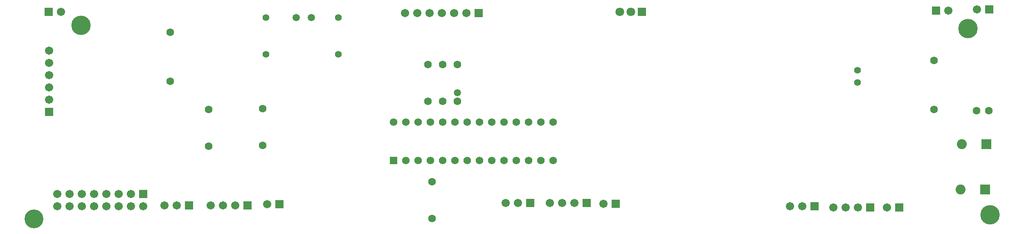
<source format=gts>
G04*
G04 #@! TF.GenerationSoftware,Altium Limited,Altium Designer,21.6.4 (81)*
G04*
G04 Layer_Color=8388736*
%FSLAX25Y25*%
%MOIN*%
G70*
G04*
G04 #@! TF.SameCoordinates,8913C7E9-C03F-4568-99A4-2E0721410B73*
G04*
G04*
G04 #@! TF.FilePolarity,Negative*
G04*
G01*
G75*
%ADD18C,0.05524*%
%ADD19R,0.07099X0.07099*%
%ADD20C,0.07099*%
%ADD21C,0.06300*%
%ADD22R,0.06706X0.06706*%
%ADD23C,0.06706*%
%ADD24C,0.06147*%
%ADD25R,0.06147X0.06147*%
%ADD26C,0.15800*%
%ADD27C,0.15367*%
%ADD28C,0.06312*%
%ADD29R,0.08083X0.08083*%
%ADD30C,0.08083*%
%ADD31R,0.06706X0.06706*%
%ADD32C,0.05918*%
%ADD33C,0.05800*%
D18*
X680000Y120500D02*
D03*
Y130500D02*
D03*
X257000Y173500D02*
D03*
Y143500D02*
D03*
X198000Y173500D02*
D03*
Y143500D02*
D03*
D19*
X504476Y178000D02*
D03*
D20*
X495500D02*
D03*
X486524D02*
D03*
D21*
X777000Y97500D02*
D03*
X787000D02*
D03*
D22*
X714000Y18500D02*
D03*
X483000Y21500D02*
D03*
X209000Y21000D02*
D03*
X182997Y20000D02*
D03*
X645000Y19500D02*
D03*
X413500Y22000D02*
D03*
X135500Y20000D02*
D03*
X459500Y22000D02*
D03*
X787500Y180000D02*
D03*
X21000Y178000D02*
D03*
X98000Y29500D02*
D03*
X690500Y18500D02*
D03*
X744000Y179000D02*
D03*
X371500Y177000D02*
D03*
D23*
X704000Y18500D02*
D03*
X473000Y21500D02*
D03*
X199000Y21000D02*
D03*
X172997Y20000D02*
D03*
X162997D02*
D03*
X152997D02*
D03*
X635000Y19500D02*
D03*
X625000D02*
D03*
X403500Y22000D02*
D03*
X393500D02*
D03*
X125500Y20000D02*
D03*
X115500D02*
D03*
X429500Y22000D02*
D03*
X439500D02*
D03*
X449500D02*
D03*
X777500Y180000D02*
D03*
X31000Y178000D02*
D03*
X28000Y19500D02*
D03*
X38000D02*
D03*
X48000D02*
D03*
X58000D02*
D03*
X68000D02*
D03*
X78000D02*
D03*
X88000D02*
D03*
X98000D02*
D03*
X28000Y29500D02*
D03*
X38000D02*
D03*
X48000D02*
D03*
X58000D02*
D03*
X68000D02*
D03*
X78000D02*
D03*
X88000D02*
D03*
X660500Y18500D02*
D03*
X670500D02*
D03*
X680500D02*
D03*
X754000Y179000D02*
D03*
X21500Y106500D02*
D03*
Y116500D02*
D03*
Y126500D02*
D03*
Y136500D02*
D03*
Y146500D02*
D03*
X311500Y177000D02*
D03*
X321500D02*
D03*
X331500D02*
D03*
X341500D02*
D03*
X361500D02*
D03*
X351500D02*
D03*
D24*
X302000Y88090D02*
D03*
X312000D02*
D03*
X322000D02*
D03*
X332000D02*
D03*
X342000D02*
D03*
X352000D02*
D03*
X362000D02*
D03*
X372000D02*
D03*
X382000D02*
D03*
X392000D02*
D03*
X402000D02*
D03*
X412000D02*
D03*
X422000D02*
D03*
X432000D02*
D03*
Y56910D02*
D03*
X422000D02*
D03*
X412000D02*
D03*
X402000D02*
D03*
X392000D02*
D03*
X382000D02*
D03*
X342000D02*
D03*
X352000D02*
D03*
X332000D02*
D03*
X322000D02*
D03*
X372000D02*
D03*
X362000D02*
D03*
X312000D02*
D03*
D25*
X302000D02*
D03*
D26*
X47500Y167000D02*
D03*
X770000Y164500D02*
D03*
X788000Y12500D02*
D03*
D27*
X9000Y9000D02*
D03*
D28*
X742500Y138500D02*
D03*
Y98500D02*
D03*
X151500D02*
D03*
Y68500D02*
D03*
X195500Y69000D02*
D03*
Y99000D02*
D03*
X333500Y39500D02*
D03*
Y9500D02*
D03*
X120000Y121500D02*
D03*
Y161500D02*
D03*
X354000Y105000D02*
D03*
Y135000D02*
D03*
X342000Y105000D02*
D03*
Y135000D02*
D03*
X330000Y105000D02*
D03*
Y135000D02*
D03*
D29*
X785000Y70000D02*
D03*
X784000Y33000D02*
D03*
D30*
X765000Y70000D02*
D03*
X764000Y33000D02*
D03*
D31*
X21500Y96500D02*
D03*
D32*
X222898Y173500D02*
D03*
X235102D02*
D03*
D33*
X354000Y112000D02*
D03*
M02*

</source>
